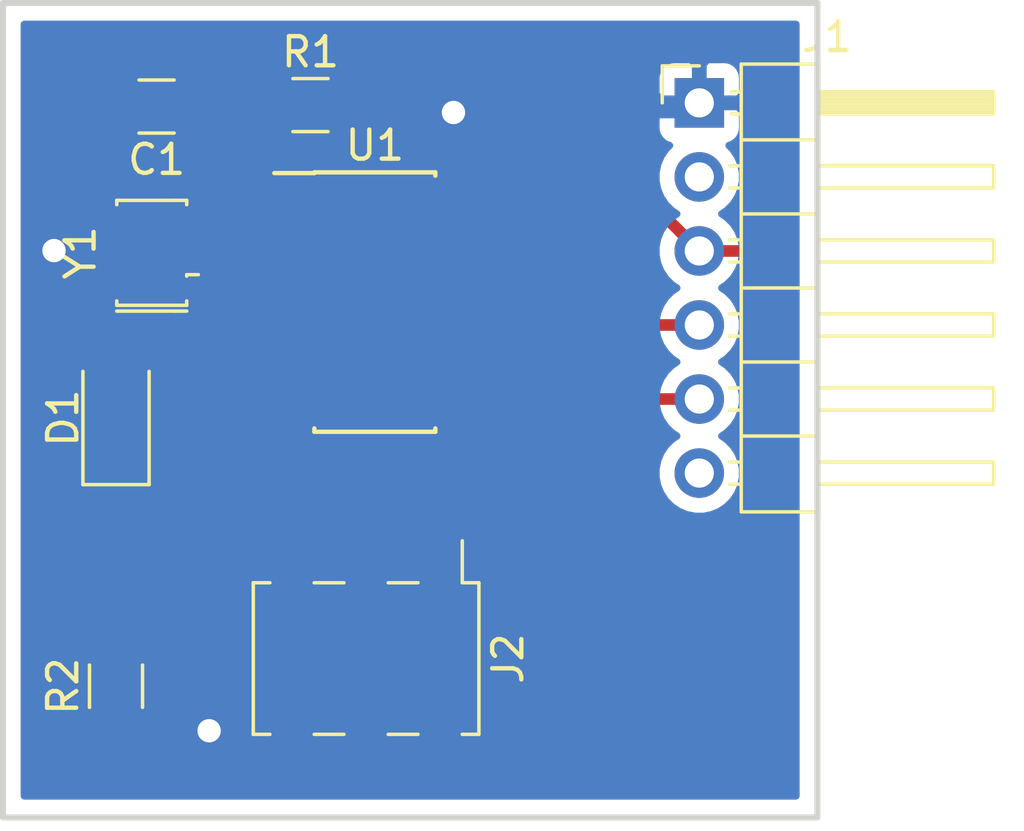
<source format=kicad_pcb>
(kicad_pcb (version 20171130) (host pcbnew "(5.1.9-0-10_14)")

  (general
    (thickness 1.6)
    (drawings 8)
    (tracks 82)
    (zones 0)
    (modules 8)
    (nets 18)
  )

  (page A4)
  (layers
    (0 F.Cu signal)
    (31 B.Cu signal)
    (32 B.Adhes user)
    (33 F.Adhes user)
    (34 B.Paste user)
    (35 F.Paste user)
    (36 B.SilkS user)
    (37 F.SilkS user)
    (38 B.Mask user)
    (39 F.Mask user)
    (40 Dwgs.User user)
    (41 Cmts.User user)
    (42 Eco1.User user)
    (43 Eco2.User user)
    (44 Edge.Cuts user)
    (45 Margin user)
    (46 B.CrtYd user)
    (47 F.CrtYd user)
    (48 B.Fab user)
    (49 F.Fab user)
  )

  (setup
    (last_trace_width 0.4)
    (trace_clearance 0.4)
    (zone_clearance 0.508)
    (zone_45_only no)
    (trace_min 0.2)
    (via_size 1.6)
    (via_drill 0.8)
    (via_min_size 0.4)
    (via_min_drill 0.3)
    (uvia_size 0.3)
    (uvia_drill 0.1)
    (uvias_allowed no)
    (uvia_min_size 0.2)
    (uvia_min_drill 0.1)
    (edge_width 0.1)
    (segment_width 0.2)
    (pcb_text_width 0.3)
    (pcb_text_size 1.5 1.5)
    (mod_edge_width 0.15)
    (mod_text_size 1 1)
    (mod_text_width 0.15)
    (pad_size 1.5 1.5)
    (pad_drill 0.6)
    (pad_to_mask_clearance 0)
    (solder_mask_min_width 0.25)
    (aux_axis_origin 0 0)
    (visible_elements FFFFFF7F)
    (pcbplotparams
      (layerselection 0x01000_ffffffff)
      (usegerberextensions false)
      (usegerberattributes false)
      (usegerberadvancedattributes false)
      (creategerberjobfile false)
      (excludeedgelayer true)
      (linewidth 0.100000)
      (plotframeref false)
      (viasonmask false)
      (mode 1)
      (useauxorigin false)
      (hpglpennumber 1)
      (hpglpenspeed 20)
      (hpglpendiameter 15.000000)
      (psnegative false)
      (psa4output false)
      (plotreference true)
      (plotvalue true)
      (plotinvisibletext false)
      (padsonsilk false)
      (subtractmaskfromsilk false)
      (outputformat 1)
      (mirror false)
      (drillshape 0)
      (scaleselection 1)
      (outputdirectory "./"))
  )

  (net 0 "")
  (net 1 VCC)
  (net 2 GND)
  (net 3 /CTS)
  (net 4 /TX)
  (net 5 /RX)
  (net 6 /RTS)
  (net 7 /MISO)
  (net 8 /SCK)
  (net 9 /MOSI)
  (net 10 /RESET)
  (net 11 "Net-(U1-Pad2)")
  (net 12 "Net-(U1-Pad3)")
  (net 13 "Net-(U1-Pad5)")
  (net 14 "Net-(U1-Pad10)")
  (net 15 "Net-(U1-Pad11)")
  (net 16 "Net-(D1-Pad1)")
  (net 17 "Net-(D1-Pad2)")

  (net_class Default "This is the default net class."
    (clearance 0.4)
    (trace_width 0.4)
    (via_dia 1.6)
    (via_drill 0.8)
    (uvia_dia 0.3)
    (uvia_drill 0.1)
    (add_net /CTS)
    (add_net /MISO)
    (add_net /MOSI)
    (add_net /RESET)
    (add_net /RTS)
    (add_net /RX)
    (add_net /SCK)
    (add_net /TX)
    (add_net GND)
    (add_net "Net-(D1-Pad1)")
    (add_net "Net-(D1-Pad2)")
    (add_net "Net-(U1-Pad10)")
    (add_net "Net-(U1-Pad11)")
    (add_net "Net-(U1-Pad2)")
    (add_net "Net-(U1-Pad3)")
    (add_net "Net-(U1-Pad5)")
    (add_net VCC)
  )

  (module Capacitor_SMD:C_1206_3216Metric (layer F.Cu) (tedit 5B301BBE) (tstamp 61A43BAC)
    (at 139.891807 115.315018 180)
    (descr "Capacitor SMD 1206 (3216 Metric), square (rectangular) end terminal, IPC_7351 nominal, (Body size source: http://www.tortai-tech.com/upload/download/2011102023233369053.pdf), generated with kicad-footprint-generator")
    (tags capacitor)
    (path /61A43935)
    (attr smd)
    (fp_text reference C1 (at 0 -1.82 180) (layer F.SilkS)
      (effects (font (size 1 1) (thickness 0.15)))
    )
    (fp_text value 0.1UF (at 0 1.82 180) (layer F.Fab)
      (effects (font (size 1 1) (thickness 0.15)))
    )
    (fp_line (start -1.6 0.8) (end -1.6 -0.8) (layer F.Fab) (width 0.1))
    (fp_line (start -1.6 -0.8) (end 1.6 -0.8) (layer F.Fab) (width 0.1))
    (fp_line (start 1.6 -0.8) (end 1.6 0.8) (layer F.Fab) (width 0.1))
    (fp_line (start 1.6 0.8) (end -1.6 0.8) (layer F.Fab) (width 0.1))
    (fp_line (start -0.602064 -0.91) (end 0.602064 -0.91) (layer F.SilkS) (width 0.12))
    (fp_line (start -0.602064 0.91) (end 0.602064 0.91) (layer F.SilkS) (width 0.12))
    (fp_line (start -2.28 1.12) (end -2.28 -1.12) (layer F.CrtYd) (width 0.05))
    (fp_line (start -2.28 -1.12) (end 2.28 -1.12) (layer F.CrtYd) (width 0.05))
    (fp_line (start 2.28 -1.12) (end 2.28 1.12) (layer F.CrtYd) (width 0.05))
    (fp_line (start 2.28 1.12) (end -2.28 1.12) (layer F.CrtYd) (width 0.05))
    (fp_text user %R (at 0 0 180) (layer F.Fab)
      (effects (font (size 0.8 0.8) (thickness 0.12)))
    )
    (pad 1 smd roundrect (at -1.4 0 180) (size 1.25 1.75) (layers F.Cu F.Paste F.Mask) (roundrect_rratio 0.2)
      (net 1 VCC))
    (pad 2 smd roundrect (at 1.4 0 180) (size 1.25 1.75) (layers F.Cu F.Paste F.Mask) (roundrect_rratio 0.2)
      (net 2 GND))
    (model ${KISYS3DMOD}/Capacitor_SMD.3dshapes/C_1206_3216Metric.wrl
      (at (xyz 0 0 0))
      (scale (xyz 1 1 1))
      (rotate (xyz 0 0 0))
    )
  )

  (module Connector_PinHeader_2.54mm:PinHeader_1x06_P2.54mm_Horizontal (layer F.Cu) (tedit 59FED5CB) (tstamp 61A444F6)
    (at 158.5087 115.189)
    (descr "Through hole angled pin header, 1x06, 2.54mm pitch, 6mm pin length, single row")
    (tags "Through hole angled pin header THT 1x06 2.54mm single row")
    (path /61A44543)
    (fp_text reference J1 (at 4.385 -2.27) (layer F.SilkS)
      (effects (font (size 1 1) (thickness 0.15)))
    )
    (fp_text value Conn_01x06_Male (at 4.385 14.97) (layer F.Fab)
      (effects (font (size 1 1) (thickness 0.15)))
    )
    (fp_line (start 2.135 -1.27) (end 4.04 -1.27) (layer F.Fab) (width 0.1))
    (fp_line (start 4.04 -1.27) (end 4.04 13.97) (layer F.Fab) (width 0.1))
    (fp_line (start 4.04 13.97) (end 1.5 13.97) (layer F.Fab) (width 0.1))
    (fp_line (start 1.5 13.97) (end 1.5 -0.635) (layer F.Fab) (width 0.1))
    (fp_line (start 1.5 -0.635) (end 2.135 -1.27) (layer F.Fab) (width 0.1))
    (fp_line (start -0.32 -0.32) (end 1.5 -0.32) (layer F.Fab) (width 0.1))
    (fp_line (start -0.32 -0.32) (end -0.32 0.32) (layer F.Fab) (width 0.1))
    (fp_line (start -0.32 0.32) (end 1.5 0.32) (layer F.Fab) (width 0.1))
    (fp_line (start 4.04 -0.32) (end 10.04 -0.32) (layer F.Fab) (width 0.1))
    (fp_line (start 10.04 -0.32) (end 10.04 0.32) (layer F.Fab) (width 0.1))
    (fp_line (start 4.04 0.32) (end 10.04 0.32) (layer F.Fab) (width 0.1))
    (fp_line (start -0.32 2.22) (end 1.5 2.22) (layer F.Fab) (width 0.1))
    (fp_line (start -0.32 2.22) (end -0.32 2.86) (layer F.Fab) (width 0.1))
    (fp_line (start -0.32 2.86) (end 1.5 2.86) (layer F.Fab) (width 0.1))
    (fp_line (start 4.04 2.22) (end 10.04 2.22) (layer F.Fab) (width 0.1))
    (fp_line (start 10.04 2.22) (end 10.04 2.86) (layer F.Fab) (width 0.1))
    (fp_line (start 4.04 2.86) (end 10.04 2.86) (layer F.Fab) (width 0.1))
    (fp_line (start -0.32 4.76) (end 1.5 4.76) (layer F.Fab) (width 0.1))
    (fp_line (start -0.32 4.76) (end -0.32 5.4) (layer F.Fab) (width 0.1))
    (fp_line (start -0.32 5.4) (end 1.5 5.4) (layer F.Fab) (width 0.1))
    (fp_line (start 4.04 4.76) (end 10.04 4.76) (layer F.Fab) (width 0.1))
    (fp_line (start 10.04 4.76) (end 10.04 5.4) (layer F.Fab) (width 0.1))
    (fp_line (start 4.04 5.4) (end 10.04 5.4) (layer F.Fab) (width 0.1))
    (fp_line (start -0.32 7.3) (end 1.5 7.3) (layer F.Fab) (width 0.1))
    (fp_line (start -0.32 7.3) (end -0.32 7.94) (layer F.Fab) (width 0.1))
    (fp_line (start -0.32 7.94) (end 1.5 7.94) (layer F.Fab) (width 0.1))
    (fp_line (start 4.04 7.3) (end 10.04 7.3) (layer F.Fab) (width 0.1))
    (fp_line (start 10.04 7.3) (end 10.04 7.94) (layer F.Fab) (width 0.1))
    (fp_line (start 4.04 7.94) (end 10.04 7.94) (layer F.Fab) (width 0.1))
    (fp_line (start -0.32 9.84) (end 1.5 9.84) (layer F.Fab) (width 0.1))
    (fp_line (start -0.32 9.84) (end -0.32 10.48) (layer F.Fab) (width 0.1))
    (fp_line (start -0.32 10.48) (end 1.5 10.48) (layer F.Fab) (width 0.1))
    (fp_line (start 4.04 9.84) (end 10.04 9.84) (layer F.Fab) (width 0.1))
    (fp_line (start 10.04 9.84) (end 10.04 10.48) (layer F.Fab) (width 0.1))
    (fp_line (start 4.04 10.48) (end 10.04 10.48) (layer F.Fab) (width 0.1))
    (fp_line (start -0.32 12.38) (end 1.5 12.38) (layer F.Fab) (width 0.1))
    (fp_line (start -0.32 12.38) (end -0.32 13.02) (layer F.Fab) (width 0.1))
    (fp_line (start -0.32 13.02) (end 1.5 13.02) (layer F.Fab) (width 0.1))
    (fp_line (start 4.04 12.38) (end 10.04 12.38) (layer F.Fab) (width 0.1))
    (fp_line (start 10.04 12.38) (end 10.04 13.02) (layer F.Fab) (width 0.1))
    (fp_line (start 4.04 13.02) (end 10.04 13.02) (layer F.Fab) (width 0.1))
    (fp_line (start 1.44 -1.33) (end 1.44 14.03) (layer F.SilkS) (width 0.12))
    (fp_line (start 1.44 14.03) (end 4.1 14.03) (layer F.SilkS) (width 0.12))
    (fp_line (start 4.1 14.03) (end 4.1 -1.33) (layer F.SilkS) (width 0.12))
    (fp_line (start 4.1 -1.33) (end 1.44 -1.33) (layer F.SilkS) (width 0.12))
    (fp_line (start 4.1 -0.38) (end 10.1 -0.38) (layer F.SilkS) (width 0.12))
    (fp_line (start 10.1 -0.38) (end 10.1 0.38) (layer F.SilkS) (width 0.12))
    (fp_line (start 10.1 0.38) (end 4.1 0.38) (layer F.SilkS) (width 0.12))
    (fp_line (start 4.1 -0.32) (end 10.1 -0.32) (layer F.SilkS) (width 0.12))
    (fp_line (start 4.1 -0.2) (end 10.1 -0.2) (layer F.SilkS) (width 0.12))
    (fp_line (start 4.1 -0.08) (end 10.1 -0.08) (layer F.SilkS) (width 0.12))
    (fp_line (start 4.1 0.04) (end 10.1 0.04) (layer F.SilkS) (width 0.12))
    (fp_line (start 4.1 0.16) (end 10.1 0.16) (layer F.SilkS) (width 0.12))
    (fp_line (start 4.1 0.28) (end 10.1 0.28) (layer F.SilkS) (width 0.12))
    (fp_line (start 1.11 -0.38) (end 1.44 -0.38) (layer F.SilkS) (width 0.12))
    (fp_line (start 1.11 0.38) (end 1.44 0.38) (layer F.SilkS) (width 0.12))
    (fp_line (start 1.44 1.27) (end 4.1 1.27) (layer F.SilkS) (width 0.12))
    (fp_line (start 4.1 2.16) (end 10.1 2.16) (layer F.SilkS) (width 0.12))
    (fp_line (start 10.1 2.16) (end 10.1 2.92) (layer F.SilkS) (width 0.12))
    (fp_line (start 10.1 2.92) (end 4.1 2.92) (layer F.SilkS) (width 0.12))
    (fp_line (start 1.042929 2.16) (end 1.44 2.16) (layer F.SilkS) (width 0.12))
    (fp_line (start 1.042929 2.92) (end 1.44 2.92) (layer F.SilkS) (width 0.12))
    (fp_line (start 1.44 3.81) (end 4.1 3.81) (layer F.SilkS) (width 0.12))
    (fp_line (start 4.1 4.7) (end 10.1 4.7) (layer F.SilkS) (width 0.12))
    (fp_line (start 10.1 4.7) (end 10.1 5.46) (layer F.SilkS) (width 0.12))
    (fp_line (start 10.1 5.46) (end 4.1 5.46) (layer F.SilkS) (width 0.12))
    (fp_line (start 1.042929 4.7) (end 1.44 4.7) (layer F.SilkS) (width 0.12))
    (fp_line (start 1.042929 5.46) (end 1.44 5.46) (layer F.SilkS) (width 0.12))
    (fp_line (start 1.44 6.35) (end 4.1 6.35) (layer F.SilkS) (width 0.12))
    (fp_line (start 4.1 7.24) (end 10.1 7.24) (layer F.SilkS) (width 0.12))
    (fp_line (start 10.1 7.24) (end 10.1 8) (layer F.SilkS) (width 0.12))
    (fp_line (start 10.1 8) (end 4.1 8) (layer F.SilkS) (width 0.12))
    (fp_line (start 1.042929 7.24) (end 1.44 7.24) (layer F.SilkS) (width 0.12))
    (fp_line (start 1.042929 8) (end 1.44 8) (layer F.SilkS) (width 0.12))
    (fp_line (start 1.44 8.89) (end 4.1 8.89) (layer F.SilkS) (width 0.12))
    (fp_line (start 4.1 9.78) (end 10.1 9.78) (layer F.SilkS) (width 0.12))
    (fp_line (start 10.1 9.78) (end 10.1 10.54) (layer F.SilkS) (width 0.12))
    (fp_line (start 10.1 10.54) (end 4.1 10.54) (layer F.SilkS) (width 0.12))
    (fp_line (start 1.042929 9.78) (end 1.44 9.78) (layer F.SilkS) (width 0.12))
    (fp_line (start 1.042929 10.54) (end 1.44 10.54) (layer F.SilkS) (width 0.12))
    (fp_line (start 1.44 11.43) (end 4.1 11.43) (layer F.SilkS) (width 0.12))
    (fp_line (start 4.1 12.32) (end 10.1 12.32) (layer F.SilkS) (width 0.12))
    (fp_line (start 10.1 12.32) (end 10.1 13.08) (layer F.SilkS) (width 0.12))
    (fp_line (start 10.1 13.08) (end 4.1 13.08) (layer F.SilkS) (width 0.12))
    (fp_line (start 1.042929 12.32) (end 1.44 12.32) (layer F.SilkS) (width 0.12))
    (fp_line (start 1.042929 13.08) (end 1.44 13.08) (layer F.SilkS) (width 0.12))
    (fp_line (start -1.27 0) (end -1.27 -1.27) (layer F.SilkS) (width 0.12))
    (fp_line (start -1.27 -1.27) (end 0 -1.27) (layer F.SilkS) (width 0.12))
    (fp_line (start -1.8 -1.8) (end -1.8 14.5) (layer F.CrtYd) (width 0.05))
    (fp_line (start -1.8 14.5) (end 10.55 14.5) (layer F.CrtYd) (width 0.05))
    (fp_line (start 10.55 14.5) (end 10.55 -1.8) (layer F.CrtYd) (width 0.05))
    (fp_line (start 10.55 -1.8) (end -1.8 -1.8) (layer F.CrtYd) (width 0.05))
    (fp_text user %R (at 2.77 6.35 90) (layer F.Fab)
      (effects (font (size 1 1) (thickness 0.15)))
    )
    (pad 1 thru_hole rect (at 0 0) (size 1.7 1.7) (drill 1) (layers *.Cu *.Mask)
      (net 2 GND))
    (pad 2 thru_hole oval (at 0 2.54) (size 1.7 1.7) (drill 1) (layers *.Cu *.Mask)
      (net 3 /CTS))
    (pad 3 thru_hole oval (at 0 5.08) (size 1.7 1.7) (drill 1) (layers *.Cu *.Mask)
      (net 1 VCC))
    (pad 4 thru_hole oval (at 0 7.62) (size 1.7 1.7) (drill 1) (layers *.Cu *.Mask)
      (net 4 /TX))
    (pad 5 thru_hole oval (at 0 10.16) (size 1.7 1.7) (drill 1) (layers *.Cu *.Mask)
      (net 5 /RX))
    (pad 6 thru_hole oval (at 0 12.7) (size 1.7 1.7) (drill 1) (layers *.Cu *.Mask)
      (net 6 /RTS))
    (model ${KISYS3DMOD}/Connector_PinHeader_2.54mm.3dshapes/PinHeader_1x06_P2.54mm_Horizontal.wrl
      (at (xyz 0 0 0))
      (scale (xyz 1 1 1))
      (rotate (xyz 0 0 0))
    )
  )

  (module Connector_PinHeader_2.54mm:PinHeader_2x03_P2.54mm_Vertical_SMD (layer F.Cu) (tedit 59FED5CC) (tstamp 61A435EB)
    (at 147.0787 134.2517 270)
    (descr "surface-mounted straight pin header, 2x03, 2.54mm pitch, double rows")
    (tags "Surface mounted pin header SMD 2x03 2.54mm double row")
    (path /61A4264C)
    (attr smd)
    (fp_text reference J2 (at 0 -4.87 270) (layer F.SilkS)
      (effects (font (size 1 1) (thickness 0.15)))
    )
    (fp_text value AVR-ISP-6 (at 0 4.87 270) (layer F.Fab)
      (effects (font (size 1 1) (thickness 0.15)))
    )
    (fp_line (start 2.54 3.81) (end -2.54 3.81) (layer F.Fab) (width 0.1))
    (fp_line (start -1.59 -3.81) (end 2.54 -3.81) (layer F.Fab) (width 0.1))
    (fp_line (start -2.54 3.81) (end -2.54 -2.86) (layer F.Fab) (width 0.1))
    (fp_line (start -2.54 -2.86) (end -1.59 -3.81) (layer F.Fab) (width 0.1))
    (fp_line (start 2.54 -3.81) (end 2.54 3.81) (layer F.Fab) (width 0.1))
    (fp_line (start -2.54 -2.86) (end -3.6 -2.86) (layer F.Fab) (width 0.1))
    (fp_line (start -3.6 -2.86) (end -3.6 -2.22) (layer F.Fab) (width 0.1))
    (fp_line (start -3.6 -2.22) (end -2.54 -2.22) (layer F.Fab) (width 0.1))
    (fp_line (start 2.54 -2.86) (end 3.6 -2.86) (layer F.Fab) (width 0.1))
    (fp_line (start 3.6 -2.86) (end 3.6 -2.22) (layer F.Fab) (width 0.1))
    (fp_line (start 3.6 -2.22) (end 2.54 -2.22) (layer F.Fab) (width 0.1))
    (fp_line (start -2.54 -0.32) (end -3.6 -0.32) (layer F.Fab) (width 0.1))
    (fp_line (start -3.6 -0.32) (end -3.6 0.32) (layer F.Fab) (width 0.1))
    (fp_line (start -3.6 0.32) (end -2.54 0.32) (layer F.Fab) (width 0.1))
    (fp_line (start 2.54 -0.32) (end 3.6 -0.32) (layer F.Fab) (width 0.1))
    (fp_line (start 3.6 -0.32) (end 3.6 0.32) (layer F.Fab) (width 0.1))
    (fp_line (start 3.6 0.32) (end 2.54 0.32) (layer F.Fab) (width 0.1))
    (fp_line (start -2.54 2.22) (end -3.6 2.22) (layer F.Fab) (width 0.1))
    (fp_line (start -3.6 2.22) (end -3.6 2.86) (layer F.Fab) (width 0.1))
    (fp_line (start -3.6 2.86) (end -2.54 2.86) (layer F.Fab) (width 0.1))
    (fp_line (start 2.54 2.22) (end 3.6 2.22) (layer F.Fab) (width 0.1))
    (fp_line (start 3.6 2.22) (end 3.6 2.86) (layer F.Fab) (width 0.1))
    (fp_line (start 3.6 2.86) (end 2.54 2.86) (layer F.Fab) (width 0.1))
    (fp_line (start -2.6 -3.87) (end 2.6 -3.87) (layer F.SilkS) (width 0.12))
    (fp_line (start -2.6 3.87) (end 2.6 3.87) (layer F.SilkS) (width 0.12))
    (fp_line (start -4.04 -3.3) (end -2.6 -3.3) (layer F.SilkS) (width 0.12))
    (fp_line (start -2.6 -3.87) (end -2.6 -3.3) (layer F.SilkS) (width 0.12))
    (fp_line (start 2.6 -3.87) (end 2.6 -3.3) (layer F.SilkS) (width 0.12))
    (fp_line (start -2.6 3.3) (end -2.6 3.87) (layer F.SilkS) (width 0.12))
    (fp_line (start 2.6 3.3) (end 2.6 3.87) (layer F.SilkS) (width 0.12))
    (fp_line (start -2.6 -1.78) (end -2.6 -0.76) (layer F.SilkS) (width 0.12))
    (fp_line (start 2.6 -1.78) (end 2.6 -0.76) (layer F.SilkS) (width 0.12))
    (fp_line (start -2.6 0.76) (end -2.6 1.78) (layer F.SilkS) (width 0.12))
    (fp_line (start 2.6 0.76) (end 2.6 1.78) (layer F.SilkS) (width 0.12))
    (fp_line (start -5.9 -4.35) (end -5.9 4.35) (layer F.CrtYd) (width 0.05))
    (fp_line (start -5.9 4.35) (end 5.9 4.35) (layer F.CrtYd) (width 0.05))
    (fp_line (start 5.9 4.35) (end 5.9 -4.35) (layer F.CrtYd) (width 0.05))
    (fp_line (start 5.9 -4.35) (end -5.9 -4.35) (layer F.CrtYd) (width 0.05))
    (fp_text user %R (at 0 0) (layer F.Fab)
      (effects (font (size 1 1) (thickness 0.15)))
    )
    (pad 1 smd rect (at -2.525 -2.54 270) (size 3.15 1) (layers F.Cu F.Paste F.Mask)
      (net 7 /MISO))
    (pad 2 smd rect (at 2.525 -2.54 270) (size 3.15 1) (layers F.Cu F.Paste F.Mask)
      (net 1 VCC))
    (pad 3 smd rect (at -2.525 0 270) (size 3.15 1) (layers F.Cu F.Paste F.Mask)
      (net 8 /SCK))
    (pad 4 smd rect (at 2.525 0 270) (size 3.15 1) (layers F.Cu F.Paste F.Mask)
      (net 9 /MOSI))
    (pad 5 smd rect (at -2.525 2.54 270) (size 3.15 1) (layers F.Cu F.Paste F.Mask)
      (net 10 /RESET))
    (pad 6 smd rect (at 2.525 2.54 270) (size 3.15 1) (layers F.Cu F.Paste F.Mask)
      (net 2 GND))
    (model ${KISYS3DMOD}/Connector_PinHeader_2.54mm.3dshapes/PinHeader_2x03_P2.54mm_Vertical_SMD.wrl
      (at (xyz 0 0 0))
      (scale (xyz 1 1 1))
      (rotate (xyz 0 0 0))
    )
  )

  (module Resistor_SMD:R_1206_3216Metric (layer F.Cu) (tedit 5B301BBD) (tstamp 61A435FC)
    (at 145.1707 115.2652)
    (descr "Resistor SMD 1206 (3216 Metric), square (rectangular) end terminal, IPC_7351 nominal, (Body size source: http://www.tortai-tech.com/upload/download/2011102023233369053.pdf), generated with kicad-footprint-generator")
    (tags resistor)
    (path /61A42853)
    (attr smd)
    (fp_text reference R1 (at 0 -1.82) (layer F.SilkS)
      (effects (font (size 1 1) (thickness 0.15)))
    )
    (fp_text value 10K (at 0 1.82) (layer F.Fab)
      (effects (font (size 1 1) (thickness 0.15)))
    )
    (fp_line (start -1.6 0.8) (end -1.6 -0.8) (layer F.Fab) (width 0.1))
    (fp_line (start -1.6 -0.8) (end 1.6 -0.8) (layer F.Fab) (width 0.1))
    (fp_line (start 1.6 -0.8) (end 1.6 0.8) (layer F.Fab) (width 0.1))
    (fp_line (start 1.6 0.8) (end -1.6 0.8) (layer F.Fab) (width 0.1))
    (fp_line (start -0.602064 -0.91) (end 0.602064 -0.91) (layer F.SilkS) (width 0.12))
    (fp_line (start -0.602064 0.91) (end 0.602064 0.91) (layer F.SilkS) (width 0.12))
    (fp_line (start -2.28 1.12) (end -2.28 -1.12) (layer F.CrtYd) (width 0.05))
    (fp_line (start -2.28 -1.12) (end 2.28 -1.12) (layer F.CrtYd) (width 0.05))
    (fp_line (start 2.28 -1.12) (end 2.28 1.12) (layer F.CrtYd) (width 0.05))
    (fp_line (start 2.28 1.12) (end -2.28 1.12) (layer F.CrtYd) (width 0.05))
    (fp_text user %R (at 0 0) (layer F.Fab)
      (effects (font (size 0.8 0.8) (thickness 0.12)))
    )
    (pad 1 smd roundrect (at -1.4 0) (size 1.25 1.75) (layers F.Cu F.Paste F.Mask) (roundrect_rratio 0.2)
      (net 1 VCC))
    (pad 2 smd roundrect (at 1.4 0) (size 1.25 1.75) (layers F.Cu F.Paste F.Mask) (roundrect_rratio 0.2)
      (net 10 /RESET))
    (model ${KISYS3DMOD}/Resistor_SMD.3dshapes/R_1206_3216Metric.wrl
      (at (xyz 0 0 0))
      (scale (xyz 1 1 1))
      (rotate (xyz 0 0 0))
    )
  )

  (module Package_SO:SOIC-14_3.9x8.7mm_P1.27mm (layer F.Cu) (tedit 5A02F2D3) (tstamp 61A4361F)
    (at 147.379501 122.022701)
    (descr "14-Lead Plastic Small Outline (SL) - Narrow, 3.90 mm Body [SOIC] (see Microchip Packaging Specification 00000049BS.pdf)")
    (tags "SOIC 1.27")
    (path /61A424CA)
    (attr smd)
    (fp_text reference U1 (at 0 -5.375) (layer F.SilkS)
      (effects (font (size 1 1) (thickness 0.15)))
    )
    (fp_text value ATtiny44A-SSU (at 0 5.375) (layer F.Fab)
      (effects (font (size 1 1) (thickness 0.15)))
    )
    (fp_line (start -0.95 -4.35) (end 1.95 -4.35) (layer F.Fab) (width 0.15))
    (fp_line (start 1.95 -4.35) (end 1.95 4.35) (layer F.Fab) (width 0.15))
    (fp_line (start 1.95 4.35) (end -1.95 4.35) (layer F.Fab) (width 0.15))
    (fp_line (start -1.95 4.35) (end -1.95 -3.35) (layer F.Fab) (width 0.15))
    (fp_line (start -1.95 -3.35) (end -0.95 -4.35) (layer F.Fab) (width 0.15))
    (fp_line (start -3.7 -4.65) (end -3.7 4.65) (layer F.CrtYd) (width 0.05))
    (fp_line (start 3.7 -4.65) (end 3.7 4.65) (layer F.CrtYd) (width 0.05))
    (fp_line (start -3.7 -4.65) (end 3.7 -4.65) (layer F.CrtYd) (width 0.05))
    (fp_line (start -3.7 4.65) (end 3.7 4.65) (layer F.CrtYd) (width 0.05))
    (fp_line (start -2.075 -4.45) (end -2.075 -4.425) (layer F.SilkS) (width 0.15))
    (fp_line (start 2.075 -4.45) (end 2.075 -4.335) (layer F.SilkS) (width 0.15))
    (fp_line (start 2.075 4.45) (end 2.075 4.335) (layer F.SilkS) (width 0.15))
    (fp_line (start -2.075 4.45) (end -2.075 4.335) (layer F.SilkS) (width 0.15))
    (fp_line (start -2.075 -4.45) (end 2.075 -4.45) (layer F.SilkS) (width 0.15))
    (fp_line (start -2.075 4.45) (end 2.075 4.45) (layer F.SilkS) (width 0.15))
    (fp_line (start -2.075 -4.425) (end -3.45 -4.425) (layer F.SilkS) (width 0.15))
    (fp_text user %R (at 0 0) (layer F.Fab)
      (effects (font (size 0.9 0.9) (thickness 0.135)))
    )
    (pad 1 smd rect (at -2.7 -3.81) (size 1.5 0.6) (layers F.Cu F.Paste F.Mask)
      (net 1 VCC))
    (pad 2 smd rect (at -2.7 -2.54) (size 1.5 0.6) (layers F.Cu F.Paste F.Mask)
      (net 11 "Net-(U1-Pad2)"))
    (pad 3 smd rect (at -2.7 -1.27) (size 1.5 0.6) (layers F.Cu F.Paste F.Mask)
      (net 12 "Net-(U1-Pad3)"))
    (pad 4 smd rect (at -2.7 0) (size 1.5 0.6) (layers F.Cu F.Paste F.Mask)
      (net 10 /RESET))
    (pad 5 smd rect (at -2.7 1.27) (size 1.5 0.6) (layers F.Cu F.Paste F.Mask)
      (net 13 "Net-(U1-Pad5)"))
    (pad 6 smd rect (at -2.7 2.54) (size 1.5 0.6) (layers F.Cu F.Paste F.Mask)
      (net 17 "Net-(D1-Pad2)"))
    (pad 7 smd rect (at -2.7 3.81) (size 1.5 0.6) (layers F.Cu F.Paste F.Mask)
      (net 9 /MOSI))
    (pad 8 smd rect (at 2.7 3.81) (size 1.5 0.6) (layers F.Cu F.Paste F.Mask)
      (net 7 /MISO))
    (pad 9 smd rect (at 2.7 2.54) (size 1.5 0.6) (layers F.Cu F.Paste F.Mask)
      (net 8 /SCK))
    (pad 10 smd rect (at 2.7 1.27) (size 1.5 0.6) (layers F.Cu F.Paste F.Mask)
      (net 14 "Net-(U1-Pad10)"))
    (pad 11 smd rect (at 2.7 0) (size 1.5 0.6) (layers F.Cu F.Paste F.Mask)
      (net 15 "Net-(U1-Pad11)"))
    (pad 12 smd rect (at 2.7 -1.27) (size 1.5 0.6) (layers F.Cu F.Paste F.Mask)
      (net 5 /RX))
    (pad 13 smd rect (at 2.7 -2.54) (size 1.5 0.6) (layers F.Cu F.Paste F.Mask)
      (net 4 /TX))
    (pad 14 smd rect (at 2.7 -3.81) (size 1.5 0.6) (layers F.Cu F.Paste F.Mask)
      (net 2 GND))
    (model ${KISYS3DMOD}/Package_SO.3dshapes/SOIC-14_3.9x8.7mm_P1.27mm.wrl
      (at (xyz 0 0 0))
      (scale (xyz 1 1 1))
      (rotate (xyz 0 0 0))
    )
  )

  (module Crystal:Resonator_SMD_muRata_CSTxExxV-3Pin_3.0x1.1mm_HandSoldering (layer F.Cu) (tedit 5AD3593B) (tstamp 61A4363C)
    (at 139.7254 120.3325 90)
    (descr "SMD Resomator/Filter Murata CSTCE, https://www.murata.com/en-eu/products/productdata/8801162264606/SPEC-CSTNE16M0VH3C000R0.pdf")
    (tags "SMD SMT ceramic resonator filter")
    (path /61A42CDD)
    (attr smd)
    (fp_text reference Y1 (at 0 -2.45 90) (layer F.SilkS)
      (effects (font (size 1 1) (thickness 0.15)))
    )
    (fp_text value Resonator (at 0 1.8 90) (layer F.Fab)
      (effects (font (size 0.2 0.2) (thickness 0.03)))
    )
    (fp_line (start 1.8 -1.2) (end 1.8 0.8) (layer F.SilkS) (width 0.12))
    (fp_line (start -1.8 0.8) (end -1.8 -1.2) (layer F.SilkS) (width 0.12))
    (fp_line (start -0.75 1.2) (end -0.75 1.6) (layer F.SilkS) (width 0.12))
    (fp_line (start -2 -1.2) (end -2 0.8) (layer F.SilkS) (width 0.12))
    (fp_line (start 1.8 0.8) (end 1.8 1.2) (layer F.SilkS) (width 0.12))
    (fp_line (start -1.8 0.8) (end -1.8 1.2) (layer F.SilkS) (width 0.12))
    (fp_line (start -2 0.8) (end -2 1.2) (layer F.SilkS) (width 0.12))
    (fp_line (start 1.5 0.8) (end 1.5 -0.8) (layer F.Fab) (width 0.1))
    (fp_line (start 1.5 -0.8) (end -1.5 -0.8) (layer F.Fab) (width 0.1))
    (fp_line (start -1 0.8) (end -1.5 0.3) (layer F.Fab) (width 0.1))
    (fp_line (start -1 0.8) (end 1.5 0.8) (layer F.Fab) (width 0.1))
    (fp_line (start -1.5 0.3) (end -1.5 -0.8) (layer F.Fab) (width 0.1))
    (fp_line (start 1.75 1.85) (end -1.75 1.85) (layer F.CrtYd) (width 0.05))
    (fp_line (start -1.75 -1.85) (end 1.75 -1.85) (layer F.CrtYd) (width 0.05))
    (fp_line (start 1.75 -1.85) (end 1.75 1.85) (layer F.CrtYd) (width 0.05))
    (fp_line (start -1.75 1.85) (end -1.75 -1.85) (layer F.CrtYd) (width 0.05))
    (fp_line (start -1.8 -1.2) (end -1.65 -1.2) (layer F.SilkS) (width 0.12))
    (fp_line (start -1.8 1.2) (end -1.65 1.2) (layer F.SilkS) (width 0.12))
    (fp_line (start -0.75 1.2) (end -0.8 1.2) (layer F.SilkS) (width 0.12))
    (fp_line (start 1.8 1.2) (end 1.65 1.2) (layer F.SilkS) (width 0.12))
    (fp_line (start 1.8 -1.2) (end 1.65 -1.2) (layer F.SilkS) (width 0.12))
    (fp_text user %R (at 0.1 -0.05 90) (layer F.Fab)
      (effects (font (size 0.6 0.6) (thickness 0.08)))
    )
    (pad 1 smd rect (at -1.2 0 90) (size 0.4 3.2) (layers F.Cu F.Paste F.Mask)
      (net 12 "Net-(U1-Pad3)"))
    (pad 2 smd rect (at 0 0 90) (size 0.4 3.2) (layers F.Cu F.Paste F.Mask)
      (net 2 GND))
    (pad 3 smd rect (at 1.2 0 90) (size 0.4 3.2) (layers F.Cu F.Paste F.Mask)
      (net 11 "Net-(U1-Pad2)"))
    (model ${KISYS3DMOD}/Crystal.3dshapes/Resonator_SMD_muRata_CSTxExxV-3Pin_3.0x1.1mm.wrl
      (at (xyz 0 0 0))
      (scale (xyz 1 1 1))
      (rotate (xyz 0 0 0))
    )
  )

  (module LED_SMD:LED_1206_3216Metric (layer F.Cu) (tedit 5F68FEF1) (tstamp 61A72757)
    (at 138.5 126 90)
    (descr "LED SMD 1206 (3216 Metric), square (rectangular) end terminal, IPC_7351 nominal, (Body size source: http://www.tortai-tech.com/upload/download/2011102023233369053.pdf), generated with kicad-footprint-generator")
    (tags LED)
    (path /61A6E403)
    (attr smd)
    (fp_text reference D1 (at 0 -1.82 90) (layer F.SilkS)
      (effects (font (size 1 1) (thickness 0.15)))
    )
    (fp_text value LED (at 0 1.82 90) (layer F.Fab)
      (effects (font (size 1 1) (thickness 0.15)))
    )
    (fp_line (start 1.6 -0.8) (end -1.2 -0.8) (layer F.Fab) (width 0.1))
    (fp_line (start -1.2 -0.8) (end -1.6 -0.4) (layer F.Fab) (width 0.1))
    (fp_line (start -1.6 -0.4) (end -1.6 0.8) (layer F.Fab) (width 0.1))
    (fp_line (start -1.6 0.8) (end 1.6 0.8) (layer F.Fab) (width 0.1))
    (fp_line (start 1.6 0.8) (end 1.6 -0.8) (layer F.Fab) (width 0.1))
    (fp_line (start 1.6 -1.135) (end -2.285 -1.135) (layer F.SilkS) (width 0.12))
    (fp_line (start -2.285 -1.135) (end -2.285 1.135) (layer F.SilkS) (width 0.12))
    (fp_line (start -2.285 1.135) (end 1.6 1.135) (layer F.SilkS) (width 0.12))
    (fp_line (start -2.28 1.12) (end -2.28 -1.12) (layer F.CrtYd) (width 0.05))
    (fp_line (start -2.28 -1.12) (end 2.28 -1.12) (layer F.CrtYd) (width 0.05))
    (fp_line (start 2.28 -1.12) (end 2.28 1.12) (layer F.CrtYd) (width 0.05))
    (fp_line (start 2.28 1.12) (end -2.28 1.12) (layer F.CrtYd) (width 0.05))
    (fp_text user %R (at 0 0 90) (layer F.Fab)
      (effects (font (size 0.8 0.8) (thickness 0.12)))
    )
    (pad 1 smd roundrect (at -1.4 0 90) (size 1.25 1.75) (layers F.Cu F.Paste F.Mask) (roundrect_rratio 0.2)
      (net 16 "Net-(D1-Pad1)"))
    (pad 2 smd roundrect (at 1.4 0 90) (size 1.25 1.75) (layers F.Cu F.Paste F.Mask) (roundrect_rratio 0.2)
      (net 17 "Net-(D1-Pad2)"))
    (model ${KISYS3DMOD}/LED_SMD.3dshapes/LED_1206_3216Metric.wrl
      (at (xyz 0 0 0))
      (scale (xyz 1 1 1))
      (rotate (xyz 0 0 0))
    )
  )

  (module Resistor_SMD:R_1206_3216Metric (layer F.Cu) (tedit 5F68FEEE) (tstamp 61A72768)
    (at 138.5 135.2 90)
    (descr "Resistor SMD 1206 (3216 Metric), square (rectangular) end terminal, IPC_7351 nominal, (Body size source: IPC-SM-782 page 72, https://www.pcb-3d.com/wordpress/wp-content/uploads/ipc-sm-782a_amendment_1_and_2.pdf), generated with kicad-footprint-generator")
    (tags resistor)
    (path /61A71B88)
    (attr smd)
    (fp_text reference R2 (at 0 -1.82 90) (layer F.SilkS)
      (effects (font (size 1 1) (thickness 0.15)))
    )
    (fp_text value 1K (at 0 1.82 90) (layer F.Fab)
      (effects (font (size 1 1) (thickness 0.15)))
    )
    (fp_line (start -1.6 0.8) (end -1.6 -0.8) (layer F.Fab) (width 0.1))
    (fp_line (start -1.6 -0.8) (end 1.6 -0.8) (layer F.Fab) (width 0.1))
    (fp_line (start 1.6 -0.8) (end 1.6 0.8) (layer F.Fab) (width 0.1))
    (fp_line (start 1.6 0.8) (end -1.6 0.8) (layer F.Fab) (width 0.1))
    (fp_line (start -0.727064 -0.91) (end 0.727064 -0.91) (layer F.SilkS) (width 0.12))
    (fp_line (start -0.727064 0.91) (end 0.727064 0.91) (layer F.SilkS) (width 0.12))
    (fp_line (start -2.28 1.12) (end -2.28 -1.12) (layer F.CrtYd) (width 0.05))
    (fp_line (start -2.28 -1.12) (end 2.28 -1.12) (layer F.CrtYd) (width 0.05))
    (fp_line (start 2.28 -1.12) (end 2.28 1.12) (layer F.CrtYd) (width 0.05))
    (fp_line (start 2.28 1.12) (end -2.28 1.12) (layer F.CrtYd) (width 0.05))
    (fp_text user %R (at 0 0 90) (layer F.Fab)
      (effects (font (size 0.8 0.8) (thickness 0.12)))
    )
    (pad 1 smd roundrect (at -1.4625 0 90) (size 1.125 1.75) (layers F.Cu F.Paste F.Mask) (roundrect_rratio 0.2222204444444444)
      (net 2 GND))
    (pad 2 smd roundrect (at 1.4625 0 90) (size 1.125 1.75) (layers F.Cu F.Paste F.Mask) (roundrect_rratio 0.2222204444444444)
      (net 16 "Net-(D1-Pad1)"))
    (model ${KISYS3DMOD}/Resistor_SMD.3dshapes/R_1206_3216Metric.wrl
      (at (xyz 0 0 0))
      (scale (xyz 1 1 1))
      (rotate (xyz 0 0 0))
    )
  )

  (gr_line (start 134.62 139.7) (end 134.62 111.76) (layer Edge.Cuts) (width 0.2))
  (gr_line (start 162.56 139.7) (end 134.62 139.7) (layer Edge.Cuts) (width 0.2))
  (gr_line (start 162.56 111.76) (end 162.56 139.7) (layer Edge.Cuts) (width 0.2))
  (gr_line (start 134.62 111.76) (end 162.56 111.76) (layer Edge.Cuts) (width 0.2))
  (gr_line (start 162.56 111.76) (end 134.62 111.76) (layer B.SilkS) (width 0.2))
  (gr_line (start 162.56 139.7) (end 162.56 111.76) (layer B.SilkS) (width 0.2))
  (gr_line (start 134.62 139.7) (end 162.56 139.7) (layer B.SilkS) (width 0.2))
  (gr_line (start 134.62 111.76) (end 134.62 139.7) (layer B.SilkS) (width 0.2))

  (segment (start 143.720882 115.315018) (end 143.7707 115.2652) (width 0.4) (layer F.Cu) (net 1))
  (segment (start 141.291807 115.315018) (end 143.720882 115.315018) (width 0.4) (layer F.Cu) (net 1))
  (segment (start 143.7707 117.3039) (end 144.679501 118.212701) (width 0.4) (layer F.Cu) (net 1))
  (segment (start 143.7707 115.2652) (end 143.7707 117.3039) (width 0.4) (layer F.Cu) (net 1))
  (segment (start 151.3078 113.0681) (end 143.8656 113.0681) (width 0.4) (layer F.Cu) (net 1))
  (segment (start 158.5087 120.269) (end 151.3078 113.0681) (width 0.4) (layer F.Cu) (net 1))
  (segment (start 143.7707 113.163) (end 143.7707 115.2652) (width 0.4) (layer F.Cu) (net 1))
  (segment (start 143.8656 113.0681) (end 143.7707 113.163) (width 0.4) (layer F.Cu) (net 1))
  (segment (start 149.6187 136.7767) (end 161.0764 136.7767) (width 0.4) (layer F.Cu) (net 1))
  (segment (start 161.0764 136.7767) (end 161.3408 136.5123) (width 0.4) (layer F.Cu) (net 1))
  (segment (start 161.3408 123.1011) (end 161.3662 123.0757) (width 0.4) (layer F.Cu) (net 1))
  (segment (start 161.3408 136.5123) (end 161.3408 123.1011) (width 0.4) (layer F.Cu) (net 1))
  (segment (start 161.3662 123.0757) (end 161.3662 120.9929) (width 0.4) (layer F.Cu) (net 1))
  (segment (start 160.6423 120.269) (end 158.5087 120.269) (width 0.4) (layer F.Cu) (net 1))
  (segment (start 161.3662 120.9929) (end 160.6423 120.269) (width 0.4) (layer F.Cu) (net 1))
  (via (at 150.0759 115.5192) (size 1.6) (drill 0.8) (layers F.Cu B.Cu) (net 2))
  (segment (start 150.079501 118.212701) (end 150.079501 115.522801) (width 0.4) (layer F.Cu) (net 2))
  (segment (start 150.079501 115.522801) (end 150.0759 115.5192) (width 0.4) (layer F.Cu) (net 2))
  (segment (start 158.1785 115.5192) (end 158.5087 115.189) (width 0.4) (layer B.Cu) (net 2))
  (segment (start 150.0759 115.5192) (end 158.1785 115.5192) (width 0.4) (layer B.Cu) (net 2))
  (segment (start 137.7254 120.3325) (end 139.7254 120.3325) (width 0.4) (layer F.Cu) (net 2))
  (segment (start 136.779 116.302825) (end 136.779 119.3861) (width 0.4) (layer F.Cu) (net 2))
  (segment (start 136.779 119.3861) (end 137.7254 120.3325) (width 0.4) (layer F.Cu) (net 2))
  (segment (start 137.766807 115.315018) (end 136.779 116.302825) (width 0.4) (layer F.Cu) (net 2))
  (segment (start 138.491807 115.315018) (end 137.766807 115.315018) (width 0.4) (layer F.Cu) (net 2))
  (via (at 136.3726 120.2563) (size 1.6) (drill 0.8) (layers F.Cu B.Cu) (net 2))
  (segment (start 139.7254 120.3325) (end 136.4488 120.3325) (width 0.4) (layer F.Cu) (net 2))
  (segment (start 136.4488 120.3325) (end 136.3726 120.2563) (width 0.4) (layer F.Cu) (net 2))
  (segment (start 141.1097 115.5192) (end 150.0759 115.5192) (width 0.4) (layer B.Cu) (net 2))
  (segment (start 136.3726 120.2563) (end 141.1097 115.5192) (width 0.4) (layer B.Cu) (net 2))
  (via (at 141.6939 136.7282) (size 1.6) (drill 0.8) (layers F.Cu B.Cu) (net 2))
  (segment (start 144.5387 136.7767) (end 141.7424 136.7767) (width 0.4) (layer F.Cu) (net 2))
  (segment (start 141.7424 136.7767) (end 141.6939 136.7282) (width 0.4) (layer F.Cu) (net 2))
  (segment (start 136.3726 121.38767) (end 136.3726 120.2563) (width 0.4) (layer B.Cu) (net 2))
  (segment (start 140.56253 136.7282) (end 136.3726 132.53827) (width 0.4) (layer B.Cu) (net 2))
  (segment (start 141.6939 136.7282) (end 140.56253 136.7282) (width 0.4) (layer B.Cu) (net 2))
  (segment (start 136.3726 132.53827) (end 136.3726 121.38767) (width 0.4) (layer B.Cu) (net 2))
  (segment (start 141.6282 136.6625) (end 141.6939 136.7282) (width 0.4) (layer F.Cu) (net 2))
  (segment (start 138.5 136.6625) (end 141.6282 136.6625) (width 0.4) (layer F.Cu) (net 2))
  (segment (start 158.5087 122.809) (end 156.3243 122.809) (width 0.4) (layer F.Cu) (net 4))
  (segment (start 152.998001 119.482701) (end 150.079501 119.482701) (width 0.4) (layer F.Cu) (net 4))
  (segment (start 156.3243 122.809) (end 152.998001 119.482701) (width 0.4) (layer F.Cu) (net 4))
  (segment (start 151.229501 120.752701) (end 151.230602 120.7516) (width 0.4) (layer F.Cu) (net 5))
  (segment (start 150.079501 120.752701) (end 151.229501 120.752701) (width 0.4) (layer F.Cu) (net 5))
  (segment (start 151.230602 120.7516) (end 152.0571 120.7516) (width 0.4) (layer F.Cu) (net 5))
  (segment (start 156.6545 125.349) (end 158.5087 125.349) (width 0.4) (layer F.Cu) (net 5))
  (segment (start 152.0571 120.7516) (end 156.6545 125.349) (width 0.4) (layer F.Cu) (net 5))
  (segment (start 149.6187 129.7517) (end 151.4856 127.8848) (width 0.4) (layer F.Cu) (net 7))
  (segment (start 149.6187 131.7267) (end 149.6187 129.7517) (width 0.4) (layer F.Cu) (net 7))
  (segment (start 151.4856 127.8848) (end 151.4856 126.0348) (width 0.4) (layer F.Cu) (net 7))
  (segment (start 151.283501 125.832701) (end 150.079501 125.832701) (width 0.4) (layer F.Cu) (net 7))
  (segment (start 151.4856 126.0348) (end 151.283501 125.832701) (width 0.4) (layer F.Cu) (net 7))
  (segment (start 147.0787 129.7517) (end 147.0787 131.7267) (width 0.4) (layer F.Cu) (net 8))
  (segment (start 147.0787 126.413502) (end 147.0787 129.7517) (width 0.4) (layer F.Cu) (net 8))
  (segment (start 148.929501 124.562701) (end 147.0787 126.413502) (width 0.4) (layer F.Cu) (net 8))
  (segment (start 150.079501 124.562701) (end 148.929501 124.562701) (width 0.4) (layer F.Cu) (net 8))
  (segment (start 143.529501 125.832701) (end 144.679501 125.832701) (width 0.4) (layer F.Cu) (net 9))
  (segment (start 143.0528 133.395802) (end 143.0528 126.309402) (width 0.4) (layer F.Cu) (net 9))
  (segment (start 147.0787 134.8017) (end 146.643 134.366) (width 0.4) (layer F.Cu) (net 9))
  (segment (start 143.0528 126.309402) (end 143.529501 125.832701) (width 0.4) (layer F.Cu) (net 9))
  (segment (start 146.643 134.366) (end 144.022998 134.366) (width 0.4) (layer F.Cu) (net 9))
  (segment (start 147.0787 136.7767) (end 147.0787 134.8017) (width 0.4) (layer F.Cu) (net 9))
  (segment (start 144.022998 134.366) (end 143.0528 133.395802) (width 0.4) (layer F.Cu) (net 9))
  (segment (start 146.5707 116.2402) (end 146.5707 115.2652) (width 0.4) (layer F.Cu) (net 10))
  (segment (start 146.5707 121.281502) (end 146.5707 116.2402) (width 0.4) (layer F.Cu) (net 10))
  (segment (start 145.829501 122.022701) (end 146.5707 121.281502) (width 0.4) (layer F.Cu) (net 10))
  (segment (start 144.679501 122.022701) (end 145.829501 122.022701) (width 0.4) (layer F.Cu) (net 10))
  (segment (start 145.829501 122.022701) (end 146.2151 122.4083) (width 0.4) (layer F.Cu) (net 10))
  (segment (start 144.5387 130.6517) (end 144.5387 131.7267) (width 0.4) (layer F.Cu) (net 10))
  (segment (start 146.2151 128.9753) (end 144.5387 130.6517) (width 0.4) (layer F.Cu) (net 10))
  (segment (start 146.2151 122.4083) (end 146.2151 128.9753) (width 0.4) (layer F.Cu) (net 10))
  (segment (start 144.679501 119.482701) (end 142.533201 119.482701) (width 0.4) (layer F.Cu) (net 11))
  (segment (start 142.183 119.1325) (end 139.7254 119.1325) (width 0.4) (layer F.Cu) (net 11))
  (segment (start 142.533201 119.482701) (end 142.183 119.1325) (width 0.4) (layer F.Cu) (net 11))
  (segment (start 143.529501 120.752701) (end 143.5157 120.7389) (width 0.4) (layer F.Cu) (net 12))
  (segment (start 144.679501 120.752701) (end 143.529501 120.752701) (width 0.4) (layer F.Cu) (net 12))
  (segment (start 143.5157 120.7389) (end 142.5702 120.7389) (width 0.4) (layer F.Cu) (net 12))
  (segment (start 141.7766 121.5325) (end 139.7254 121.5325) (width 0.4) (layer F.Cu) (net 12))
  (segment (start 142.5702 120.7389) (end 141.7766 121.5325) (width 0.4) (layer F.Cu) (net 12))
  (segment (start 138.5 127.4) (end 138.5 133.7375) (width 0.4) (layer F.Cu) (net 16))
  (segment (start 138.537299 124.562701) (end 138.5 124.6) (width 0.4) (layer F.Cu) (net 17))
  (segment (start 144.679501 124.562701) (end 138.537299 124.562701) (width 0.4) (layer F.Cu) (net 17))

  (zone (net 2) (net_name GND) (layer B.Cu) (tstamp 61A6CC78) (hatch edge 0.508)
    (connect_pads (clearance 0.508))
    (min_thickness 0.254)
    (fill yes (arc_segments 16) (thermal_gap 0.508) (thermal_bridge_width 0.508))
    (polygon
      (pts
        (xy 134.62 111.76) (xy 162.56 111.76) (xy 162.56 139.7) (xy 134.62 139.7)
      )
    )
    (filled_polygon
      (pts
        (xy 161.825001 138.965) (xy 135.355 138.965) (xy 135.355 116.039) (xy 157.020628 116.039) (xy 157.032888 116.163482)
        (xy 157.069198 116.28318) (xy 157.128163 116.393494) (xy 157.207515 116.490185) (xy 157.304206 116.569537) (xy 157.41452 116.628502)
        (xy 157.48708 116.650513) (xy 157.355225 116.782368) (xy 157.19271 117.025589) (xy 157.080768 117.295842) (xy 157.0237 117.58274)
        (xy 157.0237 117.87526) (xy 157.080768 118.162158) (xy 157.19271 118.432411) (xy 157.355225 118.675632) (xy 157.562068 118.882475)
        (xy 157.73646 118.999) (xy 157.562068 119.115525) (xy 157.355225 119.322368) (xy 157.19271 119.565589) (xy 157.080768 119.835842)
        (xy 157.0237 120.12274) (xy 157.0237 120.41526) (xy 157.080768 120.702158) (xy 157.19271 120.972411) (xy 157.355225 121.215632)
        (xy 157.562068 121.422475) (xy 157.73646 121.539) (xy 157.562068 121.655525) (xy 157.355225 121.862368) (xy 157.19271 122.105589)
        (xy 157.080768 122.375842) (xy 157.0237 122.66274) (xy 157.0237 122.95526) (xy 157.080768 123.242158) (xy 157.19271 123.512411)
        (xy 157.355225 123.755632) (xy 157.562068 123.962475) (xy 157.73646 124.079) (xy 157.562068 124.195525) (xy 157.355225 124.402368)
        (xy 157.19271 124.645589) (xy 157.080768 124.915842) (xy 157.0237 125.20274) (xy 157.0237 125.49526) (xy 157.080768 125.782158)
        (xy 157.19271 126.052411) (xy 157.355225 126.295632) (xy 157.562068 126.502475) (xy 157.73646 126.619) (xy 157.562068 126.735525)
        (xy 157.355225 126.942368) (xy 157.19271 127.185589) (xy 157.080768 127.455842) (xy 157.0237 127.74274) (xy 157.0237 128.03526)
        (xy 157.080768 128.322158) (xy 157.19271 128.592411) (xy 157.355225 128.835632) (xy 157.562068 129.042475) (xy 157.805289 129.20499)
        (xy 158.075542 129.316932) (xy 158.36244 129.374) (xy 158.65496 129.374) (xy 158.941858 129.316932) (xy 159.212111 129.20499)
        (xy 159.455332 129.042475) (xy 159.662175 128.835632) (xy 159.82469 128.592411) (xy 159.936632 128.322158) (xy 159.9937 128.03526)
        (xy 159.9937 127.74274) (xy 159.936632 127.455842) (xy 159.82469 127.185589) (xy 159.662175 126.942368) (xy 159.455332 126.735525)
        (xy 159.28094 126.619) (xy 159.455332 126.502475) (xy 159.662175 126.295632) (xy 159.82469 126.052411) (xy 159.936632 125.782158)
        (xy 159.9937 125.49526) (xy 159.9937 125.20274) (xy 159.936632 124.915842) (xy 159.82469 124.645589) (xy 159.662175 124.402368)
        (xy 159.455332 124.195525) (xy 159.28094 124.079) (xy 159.455332 123.962475) (xy 159.662175 123.755632) (xy 159.82469 123.512411)
        (xy 159.936632 123.242158) (xy 159.9937 122.95526) (xy 159.9937 122.66274) (xy 159.936632 122.375842) (xy 159.82469 122.105589)
        (xy 159.662175 121.862368) (xy 159.455332 121.655525) (xy 159.28094 121.539) (xy 159.455332 121.422475) (xy 159.662175 121.215632)
        (xy 159.82469 120.972411) (xy 159.936632 120.702158) (xy 159.9937 120.41526) (xy 159.9937 120.12274) (xy 159.936632 119.835842)
        (xy 159.82469 119.565589) (xy 159.662175 119.322368) (xy 159.455332 119.115525) (xy 159.28094 118.999) (xy 159.455332 118.882475)
        (xy 159.662175 118.675632) (xy 159.82469 118.432411) (xy 159.936632 118.162158) (xy 159.9937 117.87526) (xy 159.9937 117.58274)
        (xy 159.936632 117.295842) (xy 159.82469 117.025589) (xy 159.662175 116.782368) (xy 159.53032 116.650513) (xy 159.60288 116.628502)
        (xy 159.713194 116.569537) (xy 159.809885 116.490185) (xy 159.889237 116.393494) (xy 159.948202 116.28318) (xy 159.984512 116.163482)
        (xy 159.996772 116.039) (xy 159.9937 115.47475) (xy 159.83495 115.316) (xy 158.6357 115.316) (xy 158.6357 115.336)
        (xy 158.3817 115.336) (xy 158.3817 115.316) (xy 157.18245 115.316) (xy 157.0237 115.47475) (xy 157.020628 116.039)
        (xy 135.355 116.039) (xy 135.355 114.339) (xy 157.020628 114.339) (xy 157.0237 114.90325) (xy 157.18245 115.062)
        (xy 158.3817 115.062) (xy 158.3817 113.86275) (xy 158.6357 113.86275) (xy 158.6357 115.062) (xy 159.83495 115.062)
        (xy 159.9937 114.90325) (xy 159.996772 114.339) (xy 159.984512 114.214518) (xy 159.948202 114.09482) (xy 159.889237 113.984506)
        (xy 159.809885 113.887815) (xy 159.713194 113.808463) (xy 159.60288 113.749498) (xy 159.483182 113.713188) (xy 159.3587 113.700928)
        (xy 158.79445 113.704) (xy 158.6357 113.86275) (xy 158.3817 113.86275) (xy 158.22295 113.704) (xy 157.6587 113.700928)
        (xy 157.534218 113.713188) (xy 157.41452 113.749498) (xy 157.304206 113.808463) (xy 157.207515 113.887815) (xy 157.128163 113.984506)
        (xy 157.069198 114.09482) (xy 157.032888 114.214518) (xy 157.020628 114.339) (xy 135.355 114.339) (xy 135.355 112.495)
        (xy 161.825 112.495)
      )
    )
  )
)

</source>
